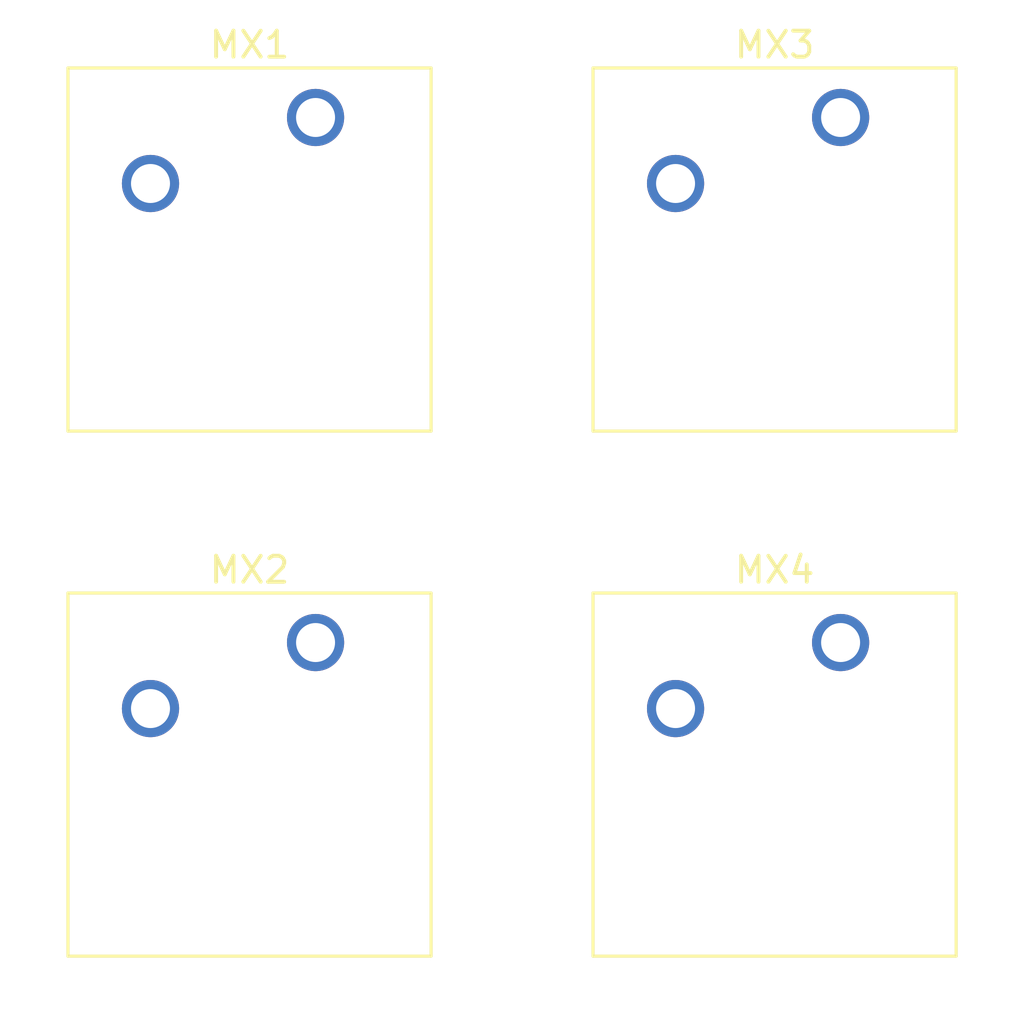
<source format=kicad_pcb>
(kicad_pcb (version 20171130) (host pcbnew "(5.1.5)-3")

  (general
    (thickness 1.6)
    (drawings 0)
    (tracks 0)
    (zones 0)
    (modules 4)
    (nets 9)
  )

  (page A4)
  (layers
    (0 F.Cu signal)
    (31 B.Cu signal)
    (32 B.Adhes user)
    (33 F.Adhes user)
    (34 B.Paste user)
    (35 F.Paste user)
    (36 B.SilkS user)
    (37 F.SilkS user)
    (38 B.Mask user)
    (39 F.Mask user)
    (40 Dwgs.User user)
    (41 Cmts.User user)
    (42 Eco1.User user)
    (43 Eco2.User user)
    (44 Edge.Cuts user)
    (45 Margin user)
    (46 B.CrtYd user)
    (47 F.CrtYd user)
    (48 B.Fab user)
    (49 F.Fab user)
  )

  (setup
    (last_trace_width 0.25)
    (trace_clearance 0.2)
    (zone_clearance 0.508)
    (zone_45_only no)
    (trace_min 0.2)
    (via_size 0.8)
    (via_drill 0.4)
    (via_min_size 0.4)
    (via_min_drill 0.3)
    (uvia_size 0.3)
    (uvia_drill 0.1)
    (uvias_allowed no)
    (uvia_min_size 0.2)
    (uvia_min_drill 0.1)
    (edge_width 0.05)
    (segment_width 0.2)
    (pcb_text_width 0.3)
    (pcb_text_size 1.5 1.5)
    (mod_edge_width 0.12)
    (mod_text_size 1 1)
    (mod_text_width 0.15)
    (pad_size 1.524 1.524)
    (pad_drill 0.762)
    (pad_to_mask_clearance 0.051)
    (solder_mask_min_width 0.25)
    (aux_axis_origin 0 0)
    (visible_elements FFFFFF7F)
    (pcbplotparams
      (layerselection 0x010fc_ffffffff)
      (usegerberextensions false)
      (usegerberattributes false)
      (usegerberadvancedattributes false)
      (creategerberjobfile false)
      (excludeedgelayer true)
      (linewidth 0.100000)
      (plotframeref false)
      (viasonmask false)
      (mode 1)
      (useauxorigin false)
      (hpglpennumber 1)
      (hpglpenspeed 20)
      (hpglpendiameter 15.000000)
      (psnegative false)
      (psa4output false)
      (plotreference true)
      (plotvalue true)
      (plotinvisibletext false)
      (padsonsilk false)
      (subtractmaskfromsilk false)
      (outputformat 1)
      (mirror false)
      (drillshape 1)
      (scaleselection 1)
      (outputdirectory ""))
  )

  (net 0 "")
  (net 1 "Net-(MX1-Pad2)")
  (net 2 "Net-(MX1-Pad1)")
  (net 3 "Net-(MX2-Pad2)")
  (net 4 "Net-(MX2-Pad1)")
  (net 5 "Net-(MX3-Pad2)")
  (net 6 "Net-(MX3-Pad1)")
  (net 7 "Net-(MX4-Pad2)")
  (net 8 "Net-(MX4-Pad1)")

  (net_class Default "This is the default net class."
    (clearance 0.2)
    (trace_width 0.25)
    (via_dia 0.8)
    (via_drill 0.4)
    (uvia_dia 0.3)
    (uvia_drill 0.1)
    (add_net "Net-(MX1-Pad1)")
    (add_net "Net-(MX1-Pad2)")
    (add_net "Net-(MX2-Pad1)")
    (add_net "Net-(MX2-Pad2)")
    (add_net "Net-(MX3-Pad1)")
    (add_net "Net-(MX3-Pad2)")
    (add_net "Net-(MX4-Pad1)")
    (add_net "Net-(MX4-Pad2)")
  )

  (module Button_Switch_Keyboard:SW_Cherry_MX_1.00u_PCB (layer F.Cu) (tedit 5A02FE24) (tstamp 60D2A8B6)
    (at 148.089 91.066)
    (descr "Cherry MX keyswitch, 1.00u, PCB mount, http://cherryamericas.com/wp-content/uploads/2014/12/mx_cat.pdf")
    (tags "Cherry MX keyswitch 1.00u PCB")
    (path /60D26FA0)
    (fp_text reference MX4 (at -2.54 -2.794) (layer F.SilkS)
      (effects (font (size 1 1) (thickness 0.15)))
    )
    (fp_text value MX-LED (at -2.54 12.954) (layer F.Fab)
      (effects (font (size 1 1) (thickness 0.15)))
    )
    (fp_line (start -9.525 12.065) (end -9.525 -1.905) (layer F.SilkS) (width 0.12))
    (fp_line (start 4.445 12.065) (end -9.525 12.065) (layer F.SilkS) (width 0.12))
    (fp_line (start 4.445 -1.905) (end 4.445 12.065) (layer F.SilkS) (width 0.12))
    (fp_line (start -9.525 -1.905) (end 4.445 -1.905) (layer F.SilkS) (width 0.12))
    (fp_line (start -12.065 14.605) (end -12.065 -4.445) (layer Dwgs.User) (width 0.15))
    (fp_line (start 6.985 14.605) (end -12.065 14.605) (layer Dwgs.User) (width 0.15))
    (fp_line (start 6.985 -4.445) (end 6.985 14.605) (layer Dwgs.User) (width 0.15))
    (fp_line (start -12.065 -4.445) (end 6.985 -4.445) (layer Dwgs.User) (width 0.15))
    (fp_line (start -9.14 -1.52) (end 4.06 -1.52) (layer F.CrtYd) (width 0.05))
    (fp_line (start 4.06 -1.52) (end 4.06 11.68) (layer F.CrtYd) (width 0.05))
    (fp_line (start 4.06 11.68) (end -9.14 11.68) (layer F.CrtYd) (width 0.05))
    (fp_line (start -9.14 11.68) (end -9.14 -1.52) (layer F.CrtYd) (width 0.05))
    (fp_line (start -8.89 11.43) (end -8.89 -1.27) (layer F.Fab) (width 0.1))
    (fp_line (start 3.81 11.43) (end -8.89 11.43) (layer F.Fab) (width 0.1))
    (fp_line (start 3.81 -1.27) (end 3.81 11.43) (layer F.Fab) (width 0.1))
    (fp_line (start -8.89 -1.27) (end 3.81 -1.27) (layer F.Fab) (width 0.1))
    (fp_text user %R (at -2.54 -2.794) (layer F.Fab)
      (effects (font (size 1 1) (thickness 0.15)))
    )
    (pad "" np_thru_hole circle (at 2.54 5.08) (size 1.7 1.7) (drill 1.7) (layers *.Cu *.Mask))
    (pad "" np_thru_hole circle (at -7.62 5.08) (size 1.7 1.7) (drill 1.7) (layers *.Cu *.Mask))
    (pad "" np_thru_hole circle (at -2.54 5.08) (size 4 4) (drill 4) (layers *.Cu *.Mask))
    (pad 2 thru_hole circle (at -6.35 2.54) (size 2.2 2.2) (drill 1.5) (layers *.Cu *.Mask)
      (net 7 "Net-(MX4-Pad2)"))
    (pad 1 thru_hole circle (at 0 0) (size 2.2 2.2) (drill 1.5) (layers *.Cu *.Mask)
      (net 8 "Net-(MX4-Pad1)"))
    (model ${KISYS3DMOD}/Button_Switch_Keyboard.3dshapes/SW_Cherry_MX_1.00u_PCB.wrl
      (at (xyz 0 0 0))
      (scale (xyz 1 1 1))
      (rotate (xyz 0 0 0))
    )
  )

  (module Button_Switch_Keyboard:SW_Cherry_MX_1.00u_PCB (layer F.Cu) (tedit 5A02FE24) (tstamp 60D2A89C)
    (at 148.089 70.866)
    (descr "Cherry MX keyswitch, 1.00u, PCB mount, http://cherryamericas.com/wp-content/uploads/2014/12/mx_cat.pdf")
    (tags "Cherry MX keyswitch 1.00u PCB")
    (path /60D26161)
    (fp_text reference MX3 (at -2.54 -2.794) (layer F.SilkS)
      (effects (font (size 1 1) (thickness 0.15)))
    )
    (fp_text value MX-LED (at -2.54 12.954) (layer F.Fab)
      (effects (font (size 1 1) (thickness 0.15)))
    )
    (fp_line (start -9.525 12.065) (end -9.525 -1.905) (layer F.SilkS) (width 0.12))
    (fp_line (start 4.445 12.065) (end -9.525 12.065) (layer F.SilkS) (width 0.12))
    (fp_line (start 4.445 -1.905) (end 4.445 12.065) (layer F.SilkS) (width 0.12))
    (fp_line (start -9.525 -1.905) (end 4.445 -1.905) (layer F.SilkS) (width 0.12))
    (fp_line (start -12.065 14.605) (end -12.065 -4.445) (layer Dwgs.User) (width 0.15))
    (fp_line (start 6.985 14.605) (end -12.065 14.605) (layer Dwgs.User) (width 0.15))
    (fp_line (start 6.985 -4.445) (end 6.985 14.605) (layer Dwgs.User) (width 0.15))
    (fp_line (start -12.065 -4.445) (end 6.985 -4.445) (layer Dwgs.User) (width 0.15))
    (fp_line (start -9.14 -1.52) (end 4.06 -1.52) (layer F.CrtYd) (width 0.05))
    (fp_line (start 4.06 -1.52) (end 4.06 11.68) (layer F.CrtYd) (width 0.05))
    (fp_line (start 4.06 11.68) (end -9.14 11.68) (layer F.CrtYd) (width 0.05))
    (fp_line (start -9.14 11.68) (end -9.14 -1.52) (layer F.CrtYd) (width 0.05))
    (fp_line (start -8.89 11.43) (end -8.89 -1.27) (layer F.Fab) (width 0.1))
    (fp_line (start 3.81 11.43) (end -8.89 11.43) (layer F.Fab) (width 0.1))
    (fp_line (start 3.81 -1.27) (end 3.81 11.43) (layer F.Fab) (width 0.1))
    (fp_line (start -8.89 -1.27) (end 3.81 -1.27) (layer F.Fab) (width 0.1))
    (fp_text user %R (at -2.54 -2.794) (layer F.Fab)
      (effects (font (size 1 1) (thickness 0.15)))
    )
    (pad "" np_thru_hole circle (at 2.54 5.08) (size 1.7 1.7) (drill 1.7) (layers *.Cu *.Mask))
    (pad "" np_thru_hole circle (at -7.62 5.08) (size 1.7 1.7) (drill 1.7) (layers *.Cu *.Mask))
    (pad "" np_thru_hole circle (at -2.54 5.08) (size 4 4) (drill 4) (layers *.Cu *.Mask))
    (pad 2 thru_hole circle (at -6.35 2.54) (size 2.2 2.2) (drill 1.5) (layers *.Cu *.Mask)
      (net 5 "Net-(MX3-Pad2)"))
    (pad 1 thru_hole circle (at 0 0) (size 2.2 2.2) (drill 1.5) (layers *.Cu *.Mask)
      (net 6 "Net-(MX3-Pad1)"))
    (model ${KISYS3DMOD}/Button_Switch_Keyboard.3dshapes/SW_Cherry_MX_1.00u_PCB.wrl
      (at (xyz 0 0 0))
      (scale (xyz 1 1 1))
      (rotate (xyz 0 0 0))
    )
  )

  (module Button_Switch_Keyboard:SW_Cherry_MX_1.00u_PCB (layer F.Cu) (tedit 5A02FE24) (tstamp 60D2A882)
    (at 127.889 91.066)
    (descr "Cherry MX keyswitch, 1.00u, PCB mount, http://cherryamericas.com/wp-content/uploads/2014/12/mx_cat.pdf")
    (tags "Cherry MX keyswitch 1.00u PCB")
    (path /60D26676)
    (fp_text reference MX2 (at -2.54 -2.794) (layer F.SilkS)
      (effects (font (size 1 1) (thickness 0.15)))
    )
    (fp_text value MX-LED (at -2.54 12.954) (layer F.Fab)
      (effects (font (size 1 1) (thickness 0.15)))
    )
    (fp_line (start -9.525 12.065) (end -9.525 -1.905) (layer F.SilkS) (width 0.12))
    (fp_line (start 4.445 12.065) (end -9.525 12.065) (layer F.SilkS) (width 0.12))
    (fp_line (start 4.445 -1.905) (end 4.445 12.065) (layer F.SilkS) (width 0.12))
    (fp_line (start -9.525 -1.905) (end 4.445 -1.905) (layer F.SilkS) (width 0.12))
    (fp_line (start -12.065 14.605) (end -12.065 -4.445) (layer Dwgs.User) (width 0.15))
    (fp_line (start 6.985 14.605) (end -12.065 14.605) (layer Dwgs.User) (width 0.15))
    (fp_line (start 6.985 -4.445) (end 6.985 14.605) (layer Dwgs.User) (width 0.15))
    (fp_line (start -12.065 -4.445) (end 6.985 -4.445) (layer Dwgs.User) (width 0.15))
    (fp_line (start -9.14 -1.52) (end 4.06 -1.52) (layer F.CrtYd) (width 0.05))
    (fp_line (start 4.06 -1.52) (end 4.06 11.68) (layer F.CrtYd) (width 0.05))
    (fp_line (start 4.06 11.68) (end -9.14 11.68) (layer F.CrtYd) (width 0.05))
    (fp_line (start -9.14 11.68) (end -9.14 -1.52) (layer F.CrtYd) (width 0.05))
    (fp_line (start -8.89 11.43) (end -8.89 -1.27) (layer F.Fab) (width 0.1))
    (fp_line (start 3.81 11.43) (end -8.89 11.43) (layer F.Fab) (width 0.1))
    (fp_line (start 3.81 -1.27) (end 3.81 11.43) (layer F.Fab) (width 0.1))
    (fp_line (start -8.89 -1.27) (end 3.81 -1.27) (layer F.Fab) (width 0.1))
    (fp_text user %R (at -2.54 -2.794) (layer F.Fab)
      (effects (font (size 1 1) (thickness 0.15)))
    )
    (pad "" np_thru_hole circle (at 2.54 5.08) (size 1.7 1.7) (drill 1.7) (layers *.Cu *.Mask))
    (pad "" np_thru_hole circle (at -7.62 5.08) (size 1.7 1.7) (drill 1.7) (layers *.Cu *.Mask))
    (pad "" np_thru_hole circle (at -2.54 5.08) (size 4 4) (drill 4) (layers *.Cu *.Mask))
    (pad 2 thru_hole circle (at -6.35 2.54) (size 2.2 2.2) (drill 1.5) (layers *.Cu *.Mask)
      (net 3 "Net-(MX2-Pad2)"))
    (pad 1 thru_hole circle (at 0 0) (size 2.2 2.2) (drill 1.5) (layers *.Cu *.Mask)
      (net 4 "Net-(MX2-Pad1)"))
    (model ${KISYS3DMOD}/Button_Switch_Keyboard.3dshapes/SW_Cherry_MX_1.00u_PCB.wrl
      (at (xyz 0 0 0))
      (scale (xyz 1 1 1))
      (rotate (xyz 0 0 0))
    )
  )

  (module Button_Switch_Keyboard:SW_Cherry_MX_1.00u_PCB (layer F.Cu) (tedit 5A02FE24) (tstamp 60D2A868)
    (at 127.889 70.866)
    (descr "Cherry MX keyswitch, 1.00u, PCB mount, http://cherryamericas.com/wp-content/uploads/2014/12/mx_cat.pdf")
    (tags "Cherry MX keyswitch 1.00u PCB")
    (path /60D255F1)
    (fp_text reference MX1 (at -2.54 -2.794) (layer F.SilkS)
      (effects (font (size 1 1) (thickness 0.15)))
    )
    (fp_text value MX-LED (at -2.54 12.954) (layer F.Fab)
      (effects (font (size 1 1) (thickness 0.15)))
    )
    (fp_line (start -9.525 12.065) (end -9.525 -1.905) (layer F.SilkS) (width 0.12))
    (fp_line (start 4.445 12.065) (end -9.525 12.065) (layer F.SilkS) (width 0.12))
    (fp_line (start 4.445 -1.905) (end 4.445 12.065) (layer F.SilkS) (width 0.12))
    (fp_line (start -9.525 -1.905) (end 4.445 -1.905) (layer F.SilkS) (width 0.12))
    (fp_line (start -12.065 14.605) (end -12.065 -4.445) (layer Dwgs.User) (width 0.15))
    (fp_line (start 6.985 14.605) (end -12.065 14.605) (layer Dwgs.User) (width 0.15))
    (fp_line (start 6.985 -4.445) (end 6.985 14.605) (layer Dwgs.User) (width 0.15))
    (fp_line (start -12.065 -4.445) (end 6.985 -4.445) (layer Dwgs.User) (width 0.15))
    (fp_line (start -9.14 -1.52) (end 4.06 -1.52) (layer F.CrtYd) (width 0.05))
    (fp_line (start 4.06 -1.52) (end 4.06 11.68) (layer F.CrtYd) (width 0.05))
    (fp_line (start 4.06 11.68) (end -9.14 11.68) (layer F.CrtYd) (width 0.05))
    (fp_line (start -9.14 11.68) (end -9.14 -1.52) (layer F.CrtYd) (width 0.05))
    (fp_line (start -8.89 11.43) (end -8.89 -1.27) (layer F.Fab) (width 0.1))
    (fp_line (start 3.81 11.43) (end -8.89 11.43) (layer F.Fab) (width 0.1))
    (fp_line (start 3.81 -1.27) (end 3.81 11.43) (layer F.Fab) (width 0.1))
    (fp_line (start -8.89 -1.27) (end 3.81 -1.27) (layer F.Fab) (width 0.1))
    (fp_text user %R (at -2.54 -2.794) (layer F.Fab)
      (effects (font (size 1 1) (thickness 0.15)))
    )
    (pad "" np_thru_hole circle (at 2.54 5.08) (size 1.7 1.7) (drill 1.7) (layers *.Cu *.Mask))
    (pad "" np_thru_hole circle (at -7.62 5.08) (size 1.7 1.7) (drill 1.7) (layers *.Cu *.Mask))
    (pad "" np_thru_hole circle (at -2.54 5.08) (size 4 4) (drill 4) (layers *.Cu *.Mask))
    (pad 2 thru_hole circle (at -6.35 2.54) (size 2.2 2.2) (drill 1.5) (layers *.Cu *.Mask)
      (net 1 "Net-(MX1-Pad2)"))
    (pad 1 thru_hole circle (at 0 0) (size 2.2 2.2) (drill 1.5) (layers *.Cu *.Mask)
      (net 2 "Net-(MX1-Pad1)"))
    (model ${KISYS3DMOD}/Button_Switch_Keyboard.3dshapes/SW_Cherry_MX_1.00u_PCB.wrl
      (at (xyz 0 0 0))
      (scale (xyz 1 1 1))
      (rotate (xyz 0 0 0))
    )
  )

)

</source>
